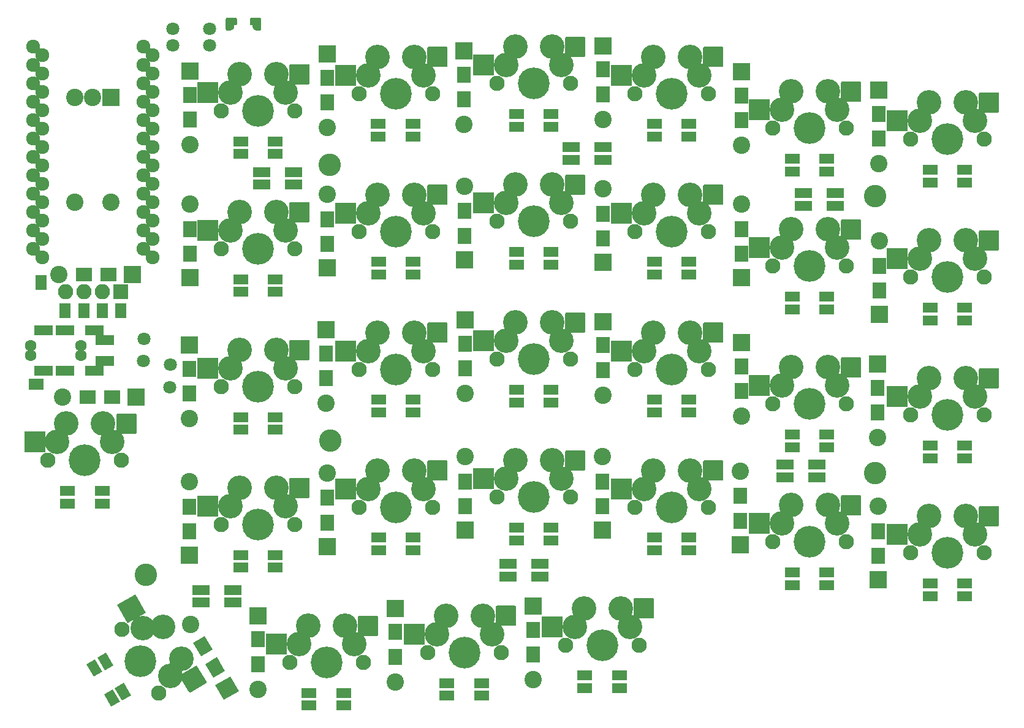
<source format=gbs>
G04 #@! TF.GenerationSoftware,KiCad,Pcbnew,(5.1.6)-1*
G04 #@! TF.CreationDate,2020-12-11T11:33:57+01:00*
G04 #@! TF.ProjectId,Lily58_HS_RGB,4c696c79-3538-45f4-9853-5f5247422e6b,0.9*
G04 #@! TF.SameCoordinates,Original*
G04 #@! TF.FileFunction,Soldermask,Bot*
G04 #@! TF.FilePolarity,Negative*
%FSLAX46Y46*%
G04 Gerber Fmt 4.6, Leading zero omitted, Abs format (unit mm)*
G04 Created by KiCad (PCBNEW (5.1.6)-1) date 2020-12-11 11:33:57*
%MOMM*%
%LPD*%
G01*
G04 APERTURE LIST*
%ADD10R,2.500000X1.400000*%
%ADD11C,1.600000*%
%ADD12R,1.543000X1.035000*%
%ADD13R,1.035000X1.543000*%
%ADD14C,1.797000*%
%ADD15R,2.398980X2.398980*%
%ADD16C,2.398980*%
%ADD17R,2.200000X1.900000*%
%ADD18R,1.900000X2.200000*%
%ADD19C,0.100000*%
%ADD20R,2.400000X1.400000*%
%ADD21R,2.000000X1.400000*%
%ADD22C,1.924000*%
%ADD23O,2.100000X2.100000*%
%ADD24R,2.100000X2.100000*%
%ADD25C,3.400000*%
%ADD26C,2.101800*%
%ADD27C,4.387800*%
%ADD28R,2.900000X2.900000*%
%ADD29R,2.400000X2.400000*%
%ADD30C,2.400000*%
%ADD31C,3.100000*%
G04 APERTURE END LIST*
D10*
X93270500Y-84523000D03*
X91770500Y-80323000D03*
X87770500Y-80323000D03*
X84770500Y-80323000D03*
D11*
X89970500Y-82423000D03*
X82970500Y-82423000D03*
D10*
X87770500Y-85873000D03*
X84770500Y-85873000D03*
X93270500Y-81673000D03*
X91770500Y-85873000D03*
D11*
X82970500Y-83773000D03*
X89970500Y-83773000D03*
D12*
X84467700Y-74223880D03*
X84467700Y-73223120D03*
D13*
X83256120Y-87757000D03*
X84256880Y-87757000D03*
D12*
X87767900Y-78075880D03*
X87767900Y-77075120D03*
X90339332Y-78075880D03*
X90339332Y-77075120D03*
X92910766Y-78075880D03*
X92910766Y-77075120D03*
X95418700Y-78075880D03*
X95418700Y-77075120D03*
D14*
X98597449Y-84563949D03*
X102189551Y-88156051D03*
X98660949Y-81452449D03*
X102253051Y-85044551D03*
X102616000Y-40894000D03*
X107696000Y-40894000D03*
X107696000Y-38608000D03*
X102616000Y-38608000D03*
D15*
X97075000Y-72583040D03*
D16*
X86915000Y-72583040D03*
D17*
X93775000Y-72580500D03*
X90375000Y-72580500D03*
D15*
X152397460Y-118380500D03*
D16*
X152397460Y-128540500D03*
D18*
X152400000Y-121680500D03*
X152400000Y-125080500D03*
D15*
X133347460Y-118698000D03*
D16*
X133347460Y-128858000D03*
D18*
X133350000Y-121998000D03*
X133350000Y-125398000D03*
D15*
X114424460Y-119714000D03*
D16*
X114424460Y-129874000D03*
D18*
X114427000Y-123014000D03*
X114427000Y-126414000D03*
D19*
G36*
X108496166Y-129302313D02*
G01*
X110573744Y-128102823D01*
X111773234Y-130180401D01*
X109695656Y-131379891D01*
X108496166Y-129302313D01*
G37*
D16*
X105054700Y-120942539D03*
D19*
G36*
X109855224Y-127362371D02*
G01*
X108209776Y-128312371D01*
X107109776Y-126407115D01*
X108755224Y-125457115D01*
X109855224Y-127362371D01*
G37*
G36*
X108155224Y-124417885D02*
G01*
X106509776Y-125367885D01*
X105409776Y-123462629D01*
X107055224Y-122512629D01*
X108155224Y-124417885D01*
G37*
D15*
X97583000Y-89532460D03*
D16*
X87423000Y-89532460D03*
D17*
X94283000Y-89535000D03*
X90883000Y-89535000D03*
D15*
X200091040Y-114791500D03*
D16*
X200091040Y-104631500D03*
D18*
X200088500Y-111491500D03*
X200088500Y-108091500D03*
D15*
X181041040Y-109902000D03*
D16*
X181041040Y-99742000D03*
D18*
X181038500Y-106602000D03*
X181038500Y-103202000D03*
D15*
X161991040Y-107933500D03*
D16*
X161991040Y-97773500D03*
D18*
X161988500Y-104633500D03*
X161988500Y-101233500D03*
D15*
X143004540Y-107933500D03*
D16*
X143004540Y-97773500D03*
D18*
X143002000Y-104633500D03*
X143002000Y-101233500D03*
D15*
X123954540Y-110156000D03*
D16*
X123954540Y-99996000D03*
D18*
X123952000Y-106856000D03*
X123952000Y-103456000D03*
D15*
X104904540Y-111362500D03*
D16*
X104904540Y-101202500D03*
D18*
X104902000Y-108062500D03*
X104902000Y-104662500D03*
D15*
X200022460Y-84979500D03*
D16*
X200022460Y-95139500D03*
D18*
X200025000Y-88279500D03*
X200025000Y-91679500D03*
D15*
X181162960Y-81995000D03*
D16*
X181162960Y-92155000D03*
D18*
X181165500Y-85295000D03*
X181165500Y-88695000D03*
D15*
X162049460Y-79074000D03*
D16*
X162049460Y-89234000D03*
D18*
X162052000Y-82374000D03*
X162052000Y-85774000D03*
D15*
X143002000Y-78883500D03*
D16*
X143002000Y-89043500D03*
D18*
X143004540Y-82183500D03*
X143004540Y-85583500D03*
D15*
X123822460Y-80217000D03*
D16*
X123822460Y-90377000D03*
D18*
X123825000Y-83517000D03*
X123825000Y-86917000D03*
D15*
X104899460Y-82312500D03*
D16*
X104899460Y-92472500D03*
D18*
X104902000Y-85612500D03*
X104902000Y-89012500D03*
D15*
X200281540Y-78088500D03*
D16*
X200281540Y-67928500D03*
D18*
X200279000Y-74788500D03*
X200279000Y-71388500D03*
D15*
X181231540Y-73008500D03*
D16*
X181231540Y-62848500D03*
D18*
X181229000Y-69708500D03*
X181229000Y-66308500D03*
D15*
X162054540Y-70913000D03*
D16*
X162054540Y-60753000D03*
D18*
X162052000Y-67613000D03*
X162052000Y-64213000D03*
D15*
X142941040Y-70532000D03*
D16*
X142941040Y-60372000D03*
D18*
X142938500Y-67232000D03*
X142938500Y-63832000D03*
D15*
X123954540Y-71675000D03*
D16*
X123954540Y-61515000D03*
D18*
X123952000Y-68375000D03*
X123952000Y-64975000D03*
D15*
X104968040Y-73008500D03*
D16*
X104968040Y-62848500D03*
D18*
X104965500Y-69708500D03*
X104965500Y-66308500D03*
D15*
X200149460Y-47133500D03*
D16*
X200149460Y-57293500D03*
D18*
X200152000Y-50433500D03*
X200152000Y-53833500D03*
D15*
X181226460Y-44593500D03*
D16*
X181226460Y-54753500D03*
D18*
X181229000Y-47893500D03*
X181229000Y-51293500D03*
D15*
X162049460Y-40974000D03*
D16*
X162049460Y-51134000D03*
D18*
X162052000Y-44274000D03*
X162052000Y-47674000D03*
D15*
X142808960Y-41672500D03*
D16*
X142808960Y-51832500D03*
D18*
X142811500Y-44972500D03*
X142811500Y-48372500D03*
D15*
X123949460Y-42117000D03*
D16*
X123949460Y-52277000D03*
D18*
X123952000Y-45417000D03*
X123952000Y-48817000D03*
D15*
X105026460Y-44466500D03*
D16*
X105026460Y-54626500D03*
D18*
X105029000Y-47766500D03*
X105029000Y-51166500D03*
D20*
X119294000Y-60184000D03*
X119294000Y-58434000D03*
X114894000Y-58434000D03*
X114894000Y-60184000D03*
X162093000Y-56755000D03*
X162093000Y-55005000D03*
X157693000Y-55005000D03*
X157693000Y-56755000D03*
X194160500Y-63105000D03*
X194160500Y-61355000D03*
X189760500Y-61355000D03*
X189760500Y-63105000D03*
X106534500Y-116169500D03*
X106534500Y-117919500D03*
X110934500Y-117919500D03*
X110934500Y-116169500D03*
X148930000Y-112599500D03*
X148930000Y-114349500D03*
X153330000Y-114349500D03*
X153330000Y-112599500D03*
X187220500Y-98883500D03*
X187220500Y-100633500D03*
X191620500Y-100633500D03*
X191620500Y-98883500D03*
D21*
X159550000Y-128005000D03*
X159550000Y-129755000D03*
X164350000Y-129755000D03*
X164350000Y-128005000D03*
X140497700Y-129033300D03*
X140497700Y-130783300D03*
X145297700Y-130783300D03*
X145297700Y-129033300D03*
X121450000Y-130405000D03*
X121450000Y-132155000D03*
X126250000Y-132155000D03*
X126250000Y-130405000D03*
D19*
G36*
X94435581Y-126587563D02*
G01*
X93223145Y-127287563D01*
X92223145Y-125555513D01*
X93435581Y-124855513D01*
X94435581Y-126587563D01*
G37*
G36*
X92920037Y-127462563D02*
G01*
X91707601Y-128162563D01*
X90707601Y-126430513D01*
X91920037Y-125730513D01*
X92920037Y-127462563D01*
G37*
G36*
X95320037Y-131619485D02*
G01*
X94107601Y-132319485D01*
X93107601Y-130587435D01*
X94320037Y-129887435D01*
X95320037Y-131619485D01*
G37*
G36*
X96835581Y-130744485D02*
G01*
X95623145Y-131444485D01*
X94623145Y-129712435D01*
X95835581Y-129012435D01*
X96835581Y-130744485D01*
G37*
D21*
X92874800Y-104240300D03*
X92874800Y-102490300D03*
X88074800Y-102490300D03*
X88074800Y-104240300D03*
X212050000Y-117005000D03*
X212050000Y-115255000D03*
X207250000Y-115255000D03*
X207250000Y-117005000D03*
X193000000Y-115505000D03*
X193000000Y-113755000D03*
X188200000Y-113755000D03*
X188200000Y-115505000D03*
X173950000Y-110705000D03*
X173950000Y-108955000D03*
X169150000Y-108955000D03*
X169150000Y-110705000D03*
X154900000Y-109315000D03*
X154900000Y-107565000D03*
X150100000Y-107565000D03*
X150100000Y-109315000D03*
X135850000Y-110705000D03*
X135850000Y-108955000D03*
X131050000Y-108955000D03*
X131050000Y-110705000D03*
X116800000Y-113105000D03*
X116800000Y-111355000D03*
X112000000Y-111355000D03*
X112000000Y-113105000D03*
X207250000Y-96205000D03*
X207250000Y-97955000D03*
X212050000Y-97955000D03*
X212050000Y-96205000D03*
X188200000Y-94705000D03*
X188200000Y-96455000D03*
X193000000Y-96455000D03*
X193000000Y-94705000D03*
X169150000Y-89905000D03*
X169150000Y-91655000D03*
X173950000Y-91655000D03*
X173950000Y-89905000D03*
X150100000Y-88515000D03*
X150100000Y-90265000D03*
X154900000Y-90265000D03*
X154900000Y-88515000D03*
X131050000Y-89905000D03*
X131050000Y-91655000D03*
X135850000Y-91655000D03*
X135850000Y-89905000D03*
X112000000Y-92305000D03*
X112000000Y-94055000D03*
X116800000Y-94055000D03*
X116800000Y-92305000D03*
X212050000Y-78905000D03*
X212050000Y-77155000D03*
X207250000Y-77155000D03*
X207250000Y-78905000D03*
X193000000Y-77405000D03*
X193000000Y-75655000D03*
X188200000Y-75655000D03*
X188200000Y-77405000D03*
X173950000Y-72605000D03*
X173950000Y-70855000D03*
X169150000Y-70855000D03*
X169150000Y-72605000D03*
X154900000Y-71215000D03*
X154900000Y-69465000D03*
X150100000Y-69465000D03*
X150100000Y-71215000D03*
X135850000Y-72605000D03*
X135850000Y-70855000D03*
X131050000Y-70855000D03*
X131050000Y-72605000D03*
X116800000Y-75005000D03*
X116800000Y-73255000D03*
X112000000Y-73255000D03*
X112000000Y-75005000D03*
X207250000Y-58105000D03*
X207250000Y-59855000D03*
X212050000Y-59855000D03*
X212050000Y-58105000D03*
X188200000Y-56605000D03*
X188200000Y-58355000D03*
X193000000Y-58355000D03*
X193000000Y-56605000D03*
X169150000Y-51805000D03*
X169150000Y-53555000D03*
X173950000Y-53555000D03*
X173950000Y-51805000D03*
X150100000Y-50415000D03*
X150100000Y-52165000D03*
X154900000Y-52165000D03*
X154900000Y-50415000D03*
X131000000Y-51805000D03*
X131000000Y-53555000D03*
X135800000Y-53555000D03*
X135800000Y-51805000D03*
X112000000Y-54205000D03*
X112000000Y-55955000D03*
X116800000Y-55955000D03*
X116800000Y-54205000D03*
D22*
X84584815Y-47405745D03*
X99824815Y-65185745D03*
X84584815Y-57565745D03*
X99824815Y-55025745D03*
X99824815Y-49945745D03*
X84584815Y-67725745D03*
X99824815Y-47405745D03*
X99824815Y-42325745D03*
X84584815Y-62645745D03*
X99824815Y-70265745D03*
X84584815Y-55025745D03*
X84584815Y-44865745D03*
X84584815Y-49945745D03*
X84584815Y-52485745D03*
X84584815Y-65185745D03*
X84584815Y-60105745D03*
X99824815Y-62645745D03*
X99824815Y-60105745D03*
X84584815Y-70265745D03*
X99824815Y-67725745D03*
X99824815Y-44865745D03*
X84584815Y-42325745D03*
X99824815Y-57565745D03*
X99824815Y-52485745D03*
X83286000Y-41130000D03*
X83286000Y-43670000D03*
X83286000Y-46210000D03*
X83286000Y-48750000D03*
X83286000Y-51290000D03*
X83286000Y-53830000D03*
X83286000Y-56370000D03*
X83286000Y-58910000D03*
X83286000Y-61450000D03*
X83286000Y-63990000D03*
X83286000Y-66530000D03*
X83286000Y-69070000D03*
X98526000Y-69070000D03*
X98526000Y-66530000D03*
X98526000Y-63990000D03*
X98526000Y-61450000D03*
X98526000Y-58910000D03*
X98526000Y-56370000D03*
X98526000Y-53830000D03*
X98526000Y-51290000D03*
X98526000Y-48750000D03*
X98526000Y-46210000D03*
X98526000Y-43670000D03*
X98526000Y-41130000D03*
D23*
X87820500Y-74993500D03*
X90360500Y-74993500D03*
X92900500Y-74993500D03*
D24*
X95440500Y-74993500D03*
D19*
G36*
X98901442Y-119332662D02*
G01*
X96389968Y-120782662D01*
X94939968Y-118271188D01*
X97451442Y-116821188D01*
X98901442Y-119332662D01*
G37*
G36*
X103841793Y-128501915D02*
G01*
X103832889Y-128463732D01*
X103831593Y-128424755D01*
X103866401Y-127885044D01*
X103872747Y-127846354D01*
X103886519Y-127809645D01*
X103907188Y-127776329D01*
X103933960Y-127747686D01*
X103965986Y-127724710D01*
X105784639Y-126674710D01*
X105820352Y-126658530D01*
X105858534Y-126649626D01*
X105897720Y-126648344D01*
X105936403Y-126654731D01*
X105973097Y-126668541D01*
X106006392Y-126689245D01*
X106035007Y-126716046D01*
X106057845Y-126747916D01*
X107257845Y-128826376D01*
X107274025Y-128862089D01*
X107282929Y-128900271D01*
X107284211Y-128939457D01*
X107277824Y-128978140D01*
X107264014Y-129014834D01*
X107243310Y-129048129D01*
X107216509Y-129076744D01*
X107184639Y-129099582D01*
X105106179Y-130299582D01*
X105070466Y-130315762D01*
X105032284Y-130324666D01*
X104993098Y-130325948D01*
X104954415Y-130319561D01*
X104917721Y-130305751D01*
X104884426Y-130285047D01*
X104855811Y-130258246D01*
X104832973Y-130226376D01*
X103857973Y-128537627D01*
X103841793Y-128501915D01*
G37*
D25*
X102275705Y-128077057D03*
X101300409Y-121307795D03*
X98465705Y-121477943D03*
X103840409Y-125707205D03*
D26*
X100711000Y-130446909D03*
X95631000Y-121648091D03*
D27*
X98171000Y-126047500D03*
D28*
X155050000Y-121260000D03*
D19*
G36*
X166910982Y-120116157D02*
G01*
X166873463Y-120104776D01*
X166839060Y-120086410D01*
X166389060Y-119786410D01*
X166358727Y-119761569D01*
X166333822Y-119731288D01*
X166315304Y-119696730D01*
X166303884Y-119659223D01*
X166300000Y-119620000D01*
X166300000Y-117520000D01*
X166303843Y-117480982D01*
X166315224Y-117443463D01*
X166333706Y-117408886D01*
X166358579Y-117378579D01*
X166388886Y-117353706D01*
X166423463Y-117335224D01*
X166460982Y-117323843D01*
X166500000Y-117320000D01*
X168900000Y-117320000D01*
X168939018Y-117323843D01*
X168976537Y-117335224D01*
X169011114Y-117353706D01*
X169041421Y-117378579D01*
X169066294Y-117408886D01*
X169084776Y-117443463D01*
X169096157Y-117480982D01*
X169100000Y-117520000D01*
X169100000Y-119920000D01*
X169096157Y-119959018D01*
X169084776Y-119996537D01*
X169066294Y-120031114D01*
X169041421Y-120061421D01*
X169011114Y-120086294D01*
X168976537Y-120104776D01*
X168939018Y-120116157D01*
X168900000Y-120120000D01*
X166950000Y-120120000D01*
X166910982Y-120116157D01*
G37*
D25*
X165760000Y-121260000D03*
X159410000Y-118720000D03*
X158140000Y-121260000D03*
X164490000Y-118720000D03*
D26*
X167030000Y-123800000D03*
X156870000Y-123800000D03*
D27*
X161950000Y-123800000D03*
D28*
X135997700Y-122288300D03*
D19*
G36*
X147858682Y-121144457D02*
G01*
X147821163Y-121133076D01*
X147786760Y-121114710D01*
X147336760Y-120814710D01*
X147306427Y-120789869D01*
X147281522Y-120759588D01*
X147263004Y-120725030D01*
X147251584Y-120687523D01*
X147247700Y-120648300D01*
X147247700Y-118548300D01*
X147251543Y-118509282D01*
X147262924Y-118471763D01*
X147281406Y-118437186D01*
X147306279Y-118406879D01*
X147336586Y-118382006D01*
X147371163Y-118363524D01*
X147408682Y-118352143D01*
X147447700Y-118348300D01*
X149847700Y-118348300D01*
X149886718Y-118352143D01*
X149924237Y-118363524D01*
X149958814Y-118382006D01*
X149989121Y-118406879D01*
X150013994Y-118437186D01*
X150032476Y-118471763D01*
X150043857Y-118509282D01*
X150047700Y-118548300D01*
X150047700Y-120948300D01*
X150043857Y-120987318D01*
X150032476Y-121024837D01*
X150013994Y-121059414D01*
X149989121Y-121089721D01*
X149958814Y-121114594D01*
X149924237Y-121133076D01*
X149886718Y-121144457D01*
X149847700Y-121148300D01*
X147897700Y-121148300D01*
X147858682Y-121144457D01*
G37*
D25*
X146707700Y-122288300D03*
X140357700Y-119748300D03*
X139087700Y-122288300D03*
X145437700Y-119748300D03*
D26*
X147977700Y-124828300D03*
X137817700Y-124828300D03*
D27*
X142897700Y-124828300D03*
D28*
X116950000Y-123660000D03*
D19*
G36*
X128810982Y-122516157D02*
G01*
X128773463Y-122504776D01*
X128739060Y-122486410D01*
X128289060Y-122186410D01*
X128258727Y-122161569D01*
X128233822Y-122131288D01*
X128215304Y-122096730D01*
X128203884Y-122059223D01*
X128200000Y-122020000D01*
X128200000Y-119920000D01*
X128203843Y-119880982D01*
X128215224Y-119843463D01*
X128233706Y-119808886D01*
X128258579Y-119778579D01*
X128288886Y-119753706D01*
X128323463Y-119735224D01*
X128360982Y-119723843D01*
X128400000Y-119720000D01*
X130800000Y-119720000D01*
X130839018Y-119723843D01*
X130876537Y-119735224D01*
X130911114Y-119753706D01*
X130941421Y-119778579D01*
X130966294Y-119808886D01*
X130984776Y-119843463D01*
X130996157Y-119880982D01*
X131000000Y-119920000D01*
X131000000Y-122320000D01*
X130996157Y-122359018D01*
X130984776Y-122396537D01*
X130966294Y-122431114D01*
X130941421Y-122461421D01*
X130911114Y-122486294D01*
X130876537Y-122504776D01*
X130839018Y-122516157D01*
X130800000Y-122520000D01*
X128850000Y-122520000D01*
X128810982Y-122516157D01*
G37*
D25*
X127660000Y-123660000D03*
X121310000Y-121120000D03*
X120040000Y-123660000D03*
X126390000Y-121120000D03*
D26*
X128930000Y-126200000D03*
X118770000Y-126200000D03*
D27*
X123850000Y-126200000D03*
D28*
X83574800Y-95745300D03*
D19*
G36*
X95435782Y-94601457D02*
G01*
X95398263Y-94590076D01*
X95363860Y-94571710D01*
X94913860Y-94271710D01*
X94883527Y-94246869D01*
X94858622Y-94216588D01*
X94840104Y-94182030D01*
X94828684Y-94144523D01*
X94824800Y-94105300D01*
X94824800Y-92005300D01*
X94828643Y-91966282D01*
X94840024Y-91928763D01*
X94858506Y-91894186D01*
X94883379Y-91863879D01*
X94913686Y-91839006D01*
X94948263Y-91820524D01*
X94985782Y-91809143D01*
X95024800Y-91805300D01*
X97424800Y-91805300D01*
X97463818Y-91809143D01*
X97501337Y-91820524D01*
X97535914Y-91839006D01*
X97566221Y-91863879D01*
X97591094Y-91894186D01*
X97609576Y-91928763D01*
X97620957Y-91966282D01*
X97624800Y-92005300D01*
X97624800Y-94405300D01*
X97620957Y-94444318D01*
X97609576Y-94481837D01*
X97591094Y-94516414D01*
X97566221Y-94546721D01*
X97535914Y-94571594D01*
X97501337Y-94590076D01*
X97463818Y-94601457D01*
X97424800Y-94605300D01*
X95474800Y-94605300D01*
X95435782Y-94601457D01*
G37*
D25*
X94284800Y-95745300D03*
X87934800Y-93205300D03*
X86664800Y-95745300D03*
X93014800Y-93205300D03*
D26*
X95554800Y-98285300D03*
X85394800Y-98285300D03*
D27*
X90474800Y-98285300D03*
D28*
X202750000Y-108510000D03*
D19*
G36*
X214610982Y-107366157D02*
G01*
X214573463Y-107354776D01*
X214539060Y-107336410D01*
X214089060Y-107036410D01*
X214058727Y-107011569D01*
X214033822Y-106981288D01*
X214015304Y-106946730D01*
X214003884Y-106909223D01*
X214000000Y-106870000D01*
X214000000Y-104770000D01*
X214003843Y-104730982D01*
X214015224Y-104693463D01*
X214033706Y-104658886D01*
X214058579Y-104628579D01*
X214088886Y-104603706D01*
X214123463Y-104585224D01*
X214160982Y-104573843D01*
X214200000Y-104570000D01*
X216600000Y-104570000D01*
X216639018Y-104573843D01*
X216676537Y-104585224D01*
X216711114Y-104603706D01*
X216741421Y-104628579D01*
X216766294Y-104658886D01*
X216784776Y-104693463D01*
X216796157Y-104730982D01*
X216800000Y-104770000D01*
X216800000Y-107170000D01*
X216796157Y-107209018D01*
X216784776Y-107246537D01*
X216766294Y-107281114D01*
X216741421Y-107311421D01*
X216711114Y-107336294D01*
X216676537Y-107354776D01*
X216639018Y-107366157D01*
X216600000Y-107370000D01*
X214650000Y-107370000D01*
X214610982Y-107366157D01*
G37*
D25*
X213460000Y-108510000D03*
X207110000Y-105970000D03*
X205840000Y-108510000D03*
X212190000Y-105970000D03*
D26*
X214730000Y-111050000D03*
X204570000Y-111050000D03*
D27*
X209650000Y-111050000D03*
D28*
X183700000Y-107010000D03*
D19*
G36*
X195560982Y-105866157D02*
G01*
X195523463Y-105854776D01*
X195489060Y-105836410D01*
X195039060Y-105536410D01*
X195008727Y-105511569D01*
X194983822Y-105481288D01*
X194965304Y-105446730D01*
X194953884Y-105409223D01*
X194950000Y-105370000D01*
X194950000Y-103270000D01*
X194953843Y-103230982D01*
X194965224Y-103193463D01*
X194983706Y-103158886D01*
X195008579Y-103128579D01*
X195038886Y-103103706D01*
X195073463Y-103085224D01*
X195110982Y-103073843D01*
X195150000Y-103070000D01*
X197550000Y-103070000D01*
X197589018Y-103073843D01*
X197626537Y-103085224D01*
X197661114Y-103103706D01*
X197691421Y-103128579D01*
X197716294Y-103158886D01*
X197734776Y-103193463D01*
X197746157Y-103230982D01*
X197750000Y-103270000D01*
X197750000Y-105670000D01*
X197746157Y-105709018D01*
X197734776Y-105746537D01*
X197716294Y-105781114D01*
X197691421Y-105811421D01*
X197661114Y-105836294D01*
X197626537Y-105854776D01*
X197589018Y-105866157D01*
X197550000Y-105870000D01*
X195600000Y-105870000D01*
X195560982Y-105866157D01*
G37*
D25*
X194410000Y-107010000D03*
X188060000Y-104470000D03*
X186790000Y-107010000D03*
X193140000Y-104470000D03*
D26*
X195680000Y-109550000D03*
X185520000Y-109550000D03*
D27*
X190600000Y-109550000D03*
D28*
X164650000Y-102210000D03*
D19*
G36*
X176510982Y-101066157D02*
G01*
X176473463Y-101054776D01*
X176439060Y-101036410D01*
X175989060Y-100736410D01*
X175958727Y-100711569D01*
X175933822Y-100681288D01*
X175915304Y-100646730D01*
X175903884Y-100609223D01*
X175900000Y-100570000D01*
X175900000Y-98470000D01*
X175903843Y-98430982D01*
X175915224Y-98393463D01*
X175933706Y-98358886D01*
X175958579Y-98328579D01*
X175988886Y-98303706D01*
X176023463Y-98285224D01*
X176060982Y-98273843D01*
X176100000Y-98270000D01*
X178500000Y-98270000D01*
X178539018Y-98273843D01*
X178576537Y-98285224D01*
X178611114Y-98303706D01*
X178641421Y-98328579D01*
X178666294Y-98358886D01*
X178684776Y-98393463D01*
X178696157Y-98430982D01*
X178700000Y-98470000D01*
X178700000Y-100870000D01*
X178696157Y-100909018D01*
X178684776Y-100946537D01*
X178666294Y-100981114D01*
X178641421Y-101011421D01*
X178611114Y-101036294D01*
X178576537Y-101054776D01*
X178539018Y-101066157D01*
X178500000Y-101070000D01*
X176550000Y-101070000D01*
X176510982Y-101066157D01*
G37*
D25*
X175360000Y-102210000D03*
X169010000Y-99670000D03*
X167740000Y-102210000D03*
X174090000Y-99670000D03*
D26*
X176630000Y-104750000D03*
X166470000Y-104750000D03*
D27*
X171550000Y-104750000D03*
D28*
X145600000Y-100820000D03*
D19*
G36*
X157460982Y-99676157D02*
G01*
X157423463Y-99664776D01*
X157389060Y-99646410D01*
X156939060Y-99346410D01*
X156908727Y-99321569D01*
X156883822Y-99291288D01*
X156865304Y-99256730D01*
X156853884Y-99219223D01*
X156850000Y-99180000D01*
X156850000Y-97080000D01*
X156853843Y-97040982D01*
X156865224Y-97003463D01*
X156883706Y-96968886D01*
X156908579Y-96938579D01*
X156938886Y-96913706D01*
X156973463Y-96895224D01*
X157010982Y-96883843D01*
X157050000Y-96880000D01*
X159450000Y-96880000D01*
X159489018Y-96883843D01*
X159526537Y-96895224D01*
X159561114Y-96913706D01*
X159591421Y-96938579D01*
X159616294Y-96968886D01*
X159634776Y-97003463D01*
X159646157Y-97040982D01*
X159650000Y-97080000D01*
X159650000Y-99480000D01*
X159646157Y-99519018D01*
X159634776Y-99556537D01*
X159616294Y-99591114D01*
X159591421Y-99621421D01*
X159561114Y-99646294D01*
X159526537Y-99664776D01*
X159489018Y-99676157D01*
X159450000Y-99680000D01*
X157500000Y-99680000D01*
X157460982Y-99676157D01*
G37*
D25*
X156310000Y-100820000D03*
X149960000Y-98280000D03*
X148690000Y-100820000D03*
X155040000Y-98280000D03*
D26*
X157580000Y-103360000D03*
X147420000Y-103360000D03*
D27*
X152500000Y-103360000D03*
D28*
X126550000Y-102210000D03*
D19*
G36*
X138410982Y-101066157D02*
G01*
X138373463Y-101054776D01*
X138339060Y-101036410D01*
X137889060Y-100736410D01*
X137858727Y-100711569D01*
X137833822Y-100681288D01*
X137815304Y-100646730D01*
X137803884Y-100609223D01*
X137800000Y-100570000D01*
X137800000Y-98470000D01*
X137803843Y-98430982D01*
X137815224Y-98393463D01*
X137833706Y-98358886D01*
X137858579Y-98328579D01*
X137888886Y-98303706D01*
X137923463Y-98285224D01*
X137960982Y-98273843D01*
X138000000Y-98270000D01*
X140400000Y-98270000D01*
X140439018Y-98273843D01*
X140476537Y-98285224D01*
X140511114Y-98303706D01*
X140541421Y-98328579D01*
X140566294Y-98358886D01*
X140584776Y-98393463D01*
X140596157Y-98430982D01*
X140600000Y-98470000D01*
X140600000Y-100870000D01*
X140596157Y-100909018D01*
X140584776Y-100946537D01*
X140566294Y-100981114D01*
X140541421Y-101011421D01*
X140511114Y-101036294D01*
X140476537Y-101054776D01*
X140439018Y-101066157D01*
X140400000Y-101070000D01*
X138450000Y-101070000D01*
X138410982Y-101066157D01*
G37*
D25*
X137260000Y-102210000D03*
X130910000Y-99670000D03*
X129640000Y-102210000D03*
X135990000Y-99670000D03*
D26*
X138530000Y-104750000D03*
X128370000Y-104750000D03*
D27*
X133450000Y-104750000D03*
D28*
X107500000Y-104610000D03*
D19*
G36*
X119360982Y-103466157D02*
G01*
X119323463Y-103454776D01*
X119289060Y-103436410D01*
X118839060Y-103136410D01*
X118808727Y-103111569D01*
X118783822Y-103081288D01*
X118765304Y-103046730D01*
X118753884Y-103009223D01*
X118750000Y-102970000D01*
X118750000Y-100870000D01*
X118753843Y-100830982D01*
X118765224Y-100793463D01*
X118783706Y-100758886D01*
X118808579Y-100728579D01*
X118838886Y-100703706D01*
X118873463Y-100685224D01*
X118910982Y-100673843D01*
X118950000Y-100670000D01*
X121350000Y-100670000D01*
X121389018Y-100673843D01*
X121426537Y-100685224D01*
X121461114Y-100703706D01*
X121491421Y-100728579D01*
X121516294Y-100758886D01*
X121534776Y-100793463D01*
X121546157Y-100830982D01*
X121550000Y-100870000D01*
X121550000Y-103270000D01*
X121546157Y-103309018D01*
X121534776Y-103346537D01*
X121516294Y-103381114D01*
X121491421Y-103411421D01*
X121461114Y-103436294D01*
X121426537Y-103454776D01*
X121389018Y-103466157D01*
X121350000Y-103470000D01*
X119400000Y-103470000D01*
X119360982Y-103466157D01*
G37*
D25*
X118210000Y-104610000D03*
X111860000Y-102070000D03*
X110590000Y-104610000D03*
X116940000Y-102070000D03*
D26*
X119480000Y-107150000D03*
X109320000Y-107150000D03*
D27*
X114400000Y-107150000D03*
D28*
X202750000Y-89460000D03*
D19*
G36*
X214610982Y-88316157D02*
G01*
X214573463Y-88304776D01*
X214539060Y-88286410D01*
X214089060Y-87986410D01*
X214058727Y-87961569D01*
X214033822Y-87931288D01*
X214015304Y-87896730D01*
X214003884Y-87859223D01*
X214000000Y-87820000D01*
X214000000Y-85720000D01*
X214003843Y-85680982D01*
X214015224Y-85643463D01*
X214033706Y-85608886D01*
X214058579Y-85578579D01*
X214088886Y-85553706D01*
X214123463Y-85535224D01*
X214160982Y-85523843D01*
X214200000Y-85520000D01*
X216600000Y-85520000D01*
X216639018Y-85523843D01*
X216676537Y-85535224D01*
X216711114Y-85553706D01*
X216741421Y-85578579D01*
X216766294Y-85608886D01*
X216784776Y-85643463D01*
X216796157Y-85680982D01*
X216800000Y-85720000D01*
X216800000Y-88120000D01*
X216796157Y-88159018D01*
X216784776Y-88196537D01*
X216766294Y-88231114D01*
X216741421Y-88261421D01*
X216711114Y-88286294D01*
X216676537Y-88304776D01*
X216639018Y-88316157D01*
X216600000Y-88320000D01*
X214650000Y-88320000D01*
X214610982Y-88316157D01*
G37*
D25*
X213460000Y-89460000D03*
X207110000Y-86920000D03*
X205840000Y-89460000D03*
X212190000Y-86920000D03*
D26*
X214730000Y-92000000D03*
X204570000Y-92000000D03*
D27*
X209650000Y-92000000D03*
D28*
X183700000Y-87960000D03*
D19*
G36*
X195560982Y-86816157D02*
G01*
X195523463Y-86804776D01*
X195489060Y-86786410D01*
X195039060Y-86486410D01*
X195008727Y-86461569D01*
X194983822Y-86431288D01*
X194965304Y-86396730D01*
X194953884Y-86359223D01*
X194950000Y-86320000D01*
X194950000Y-84220000D01*
X194953843Y-84180982D01*
X194965224Y-84143463D01*
X194983706Y-84108886D01*
X195008579Y-84078579D01*
X195038886Y-84053706D01*
X195073463Y-84035224D01*
X195110982Y-84023843D01*
X195150000Y-84020000D01*
X197550000Y-84020000D01*
X197589018Y-84023843D01*
X197626537Y-84035224D01*
X197661114Y-84053706D01*
X197691421Y-84078579D01*
X197716294Y-84108886D01*
X197734776Y-84143463D01*
X197746157Y-84180982D01*
X197750000Y-84220000D01*
X197750000Y-86620000D01*
X197746157Y-86659018D01*
X197734776Y-86696537D01*
X197716294Y-86731114D01*
X197691421Y-86761421D01*
X197661114Y-86786294D01*
X197626537Y-86804776D01*
X197589018Y-86816157D01*
X197550000Y-86820000D01*
X195600000Y-86820000D01*
X195560982Y-86816157D01*
G37*
D25*
X194410000Y-87960000D03*
X188060000Y-85420000D03*
X186790000Y-87960000D03*
X193140000Y-85420000D03*
D26*
X195680000Y-90500000D03*
X185520000Y-90500000D03*
D27*
X190600000Y-90500000D03*
D28*
X164650000Y-83160000D03*
D19*
G36*
X176510982Y-82016157D02*
G01*
X176473463Y-82004776D01*
X176439060Y-81986410D01*
X175989060Y-81686410D01*
X175958727Y-81661569D01*
X175933822Y-81631288D01*
X175915304Y-81596730D01*
X175903884Y-81559223D01*
X175900000Y-81520000D01*
X175900000Y-79420000D01*
X175903843Y-79380982D01*
X175915224Y-79343463D01*
X175933706Y-79308886D01*
X175958579Y-79278579D01*
X175988886Y-79253706D01*
X176023463Y-79235224D01*
X176060982Y-79223843D01*
X176100000Y-79220000D01*
X178500000Y-79220000D01*
X178539018Y-79223843D01*
X178576537Y-79235224D01*
X178611114Y-79253706D01*
X178641421Y-79278579D01*
X178666294Y-79308886D01*
X178684776Y-79343463D01*
X178696157Y-79380982D01*
X178700000Y-79420000D01*
X178700000Y-81820000D01*
X178696157Y-81859018D01*
X178684776Y-81896537D01*
X178666294Y-81931114D01*
X178641421Y-81961421D01*
X178611114Y-81986294D01*
X178576537Y-82004776D01*
X178539018Y-82016157D01*
X178500000Y-82020000D01*
X176550000Y-82020000D01*
X176510982Y-82016157D01*
G37*
D25*
X175360000Y-83160000D03*
X169010000Y-80620000D03*
X167740000Y-83160000D03*
X174090000Y-80620000D03*
D26*
X176630000Y-85700000D03*
X166470000Y-85700000D03*
D27*
X171550000Y-85700000D03*
D28*
X145600000Y-81770000D03*
D19*
G36*
X157460982Y-80626157D02*
G01*
X157423463Y-80614776D01*
X157389060Y-80596410D01*
X156939060Y-80296410D01*
X156908727Y-80271569D01*
X156883822Y-80241288D01*
X156865304Y-80206730D01*
X156853884Y-80169223D01*
X156850000Y-80130000D01*
X156850000Y-78030000D01*
X156853843Y-77990982D01*
X156865224Y-77953463D01*
X156883706Y-77918886D01*
X156908579Y-77888579D01*
X156938886Y-77863706D01*
X156973463Y-77845224D01*
X157010982Y-77833843D01*
X157050000Y-77830000D01*
X159450000Y-77830000D01*
X159489018Y-77833843D01*
X159526537Y-77845224D01*
X159561114Y-77863706D01*
X159591421Y-77888579D01*
X159616294Y-77918886D01*
X159634776Y-77953463D01*
X159646157Y-77990982D01*
X159650000Y-78030000D01*
X159650000Y-80430000D01*
X159646157Y-80469018D01*
X159634776Y-80506537D01*
X159616294Y-80541114D01*
X159591421Y-80571421D01*
X159561114Y-80596294D01*
X159526537Y-80614776D01*
X159489018Y-80626157D01*
X159450000Y-80630000D01*
X157500000Y-80630000D01*
X157460982Y-80626157D01*
G37*
D25*
X156310000Y-81770000D03*
X149960000Y-79230000D03*
X148690000Y-81770000D03*
X155040000Y-79230000D03*
D26*
X157580000Y-84310000D03*
X147420000Y-84310000D03*
D27*
X152500000Y-84310000D03*
D28*
X126550000Y-83160000D03*
D19*
G36*
X138410982Y-82016157D02*
G01*
X138373463Y-82004776D01*
X138339060Y-81986410D01*
X137889060Y-81686410D01*
X137858727Y-81661569D01*
X137833822Y-81631288D01*
X137815304Y-81596730D01*
X137803884Y-81559223D01*
X137800000Y-81520000D01*
X137800000Y-79420000D01*
X137803843Y-79380982D01*
X137815224Y-79343463D01*
X137833706Y-79308886D01*
X137858579Y-79278579D01*
X137888886Y-79253706D01*
X137923463Y-79235224D01*
X137960982Y-79223843D01*
X138000000Y-79220000D01*
X140400000Y-79220000D01*
X140439018Y-79223843D01*
X140476537Y-79235224D01*
X140511114Y-79253706D01*
X140541421Y-79278579D01*
X140566294Y-79308886D01*
X140584776Y-79343463D01*
X140596157Y-79380982D01*
X140600000Y-79420000D01*
X140600000Y-81820000D01*
X140596157Y-81859018D01*
X140584776Y-81896537D01*
X140566294Y-81931114D01*
X140541421Y-81961421D01*
X140511114Y-81986294D01*
X140476537Y-82004776D01*
X140439018Y-82016157D01*
X140400000Y-82020000D01*
X138450000Y-82020000D01*
X138410982Y-82016157D01*
G37*
D25*
X137260000Y-83160000D03*
X130910000Y-80620000D03*
X129640000Y-83160000D03*
X135990000Y-80620000D03*
D26*
X138530000Y-85700000D03*
X128370000Y-85700000D03*
D27*
X133450000Y-85700000D03*
D28*
X107500000Y-85560000D03*
D19*
G36*
X119360982Y-84416157D02*
G01*
X119323463Y-84404776D01*
X119289060Y-84386410D01*
X118839060Y-84086410D01*
X118808727Y-84061569D01*
X118783822Y-84031288D01*
X118765304Y-83996730D01*
X118753884Y-83959223D01*
X118750000Y-83920000D01*
X118750000Y-81820000D01*
X118753843Y-81780982D01*
X118765224Y-81743463D01*
X118783706Y-81708886D01*
X118808579Y-81678579D01*
X118838886Y-81653706D01*
X118873463Y-81635224D01*
X118910982Y-81623843D01*
X118950000Y-81620000D01*
X121350000Y-81620000D01*
X121389018Y-81623843D01*
X121426537Y-81635224D01*
X121461114Y-81653706D01*
X121491421Y-81678579D01*
X121516294Y-81708886D01*
X121534776Y-81743463D01*
X121546157Y-81780982D01*
X121550000Y-81820000D01*
X121550000Y-84220000D01*
X121546157Y-84259018D01*
X121534776Y-84296537D01*
X121516294Y-84331114D01*
X121491421Y-84361421D01*
X121461114Y-84386294D01*
X121426537Y-84404776D01*
X121389018Y-84416157D01*
X121350000Y-84420000D01*
X119400000Y-84420000D01*
X119360982Y-84416157D01*
G37*
D25*
X118210000Y-85560000D03*
X111860000Y-83020000D03*
X110590000Y-85560000D03*
X116940000Y-83020000D03*
D26*
X119480000Y-88100000D03*
X109320000Y-88100000D03*
D27*
X114400000Y-88100000D03*
D28*
X202750000Y-70410000D03*
D19*
G36*
X214610982Y-69266157D02*
G01*
X214573463Y-69254776D01*
X214539060Y-69236410D01*
X214089060Y-68936410D01*
X214058727Y-68911569D01*
X214033822Y-68881288D01*
X214015304Y-68846730D01*
X214003884Y-68809223D01*
X214000000Y-68770000D01*
X214000000Y-66670000D01*
X214003843Y-66630982D01*
X214015224Y-66593463D01*
X214033706Y-66558886D01*
X214058579Y-66528579D01*
X214088886Y-66503706D01*
X214123463Y-66485224D01*
X214160982Y-66473843D01*
X214200000Y-66470000D01*
X216600000Y-66470000D01*
X216639018Y-66473843D01*
X216676537Y-66485224D01*
X216711114Y-66503706D01*
X216741421Y-66528579D01*
X216766294Y-66558886D01*
X216784776Y-66593463D01*
X216796157Y-66630982D01*
X216800000Y-66670000D01*
X216800000Y-69070000D01*
X216796157Y-69109018D01*
X216784776Y-69146537D01*
X216766294Y-69181114D01*
X216741421Y-69211421D01*
X216711114Y-69236294D01*
X216676537Y-69254776D01*
X216639018Y-69266157D01*
X216600000Y-69270000D01*
X214650000Y-69270000D01*
X214610982Y-69266157D01*
G37*
D25*
X213460000Y-70410000D03*
X207110000Y-67870000D03*
X205840000Y-70410000D03*
X212190000Y-67870000D03*
D26*
X214730000Y-72950000D03*
X204570000Y-72950000D03*
D27*
X209650000Y-72950000D03*
D28*
X183700000Y-68910000D03*
D19*
G36*
X195560982Y-67766157D02*
G01*
X195523463Y-67754776D01*
X195489060Y-67736410D01*
X195039060Y-67436410D01*
X195008727Y-67411569D01*
X194983822Y-67381288D01*
X194965304Y-67346730D01*
X194953884Y-67309223D01*
X194950000Y-67270000D01*
X194950000Y-65170000D01*
X194953843Y-65130982D01*
X194965224Y-65093463D01*
X194983706Y-65058886D01*
X195008579Y-65028579D01*
X195038886Y-65003706D01*
X195073463Y-64985224D01*
X195110982Y-64973843D01*
X195150000Y-64970000D01*
X197550000Y-64970000D01*
X197589018Y-64973843D01*
X197626537Y-64985224D01*
X197661114Y-65003706D01*
X197691421Y-65028579D01*
X197716294Y-65058886D01*
X197734776Y-65093463D01*
X197746157Y-65130982D01*
X197750000Y-65170000D01*
X197750000Y-67570000D01*
X197746157Y-67609018D01*
X197734776Y-67646537D01*
X197716294Y-67681114D01*
X197691421Y-67711421D01*
X197661114Y-67736294D01*
X197626537Y-67754776D01*
X197589018Y-67766157D01*
X197550000Y-67770000D01*
X195600000Y-67770000D01*
X195560982Y-67766157D01*
G37*
D25*
X194410000Y-68910000D03*
X188060000Y-66370000D03*
X186790000Y-68910000D03*
X193140000Y-66370000D03*
D26*
X195680000Y-71450000D03*
X185520000Y-71450000D03*
D27*
X190600000Y-71450000D03*
D28*
X164650000Y-64110000D03*
D19*
G36*
X176510982Y-62966157D02*
G01*
X176473463Y-62954776D01*
X176439060Y-62936410D01*
X175989060Y-62636410D01*
X175958727Y-62611569D01*
X175933822Y-62581288D01*
X175915304Y-62546730D01*
X175903884Y-62509223D01*
X175900000Y-62470000D01*
X175900000Y-60370000D01*
X175903843Y-60330982D01*
X175915224Y-60293463D01*
X175933706Y-60258886D01*
X175958579Y-60228579D01*
X175988886Y-60203706D01*
X176023463Y-60185224D01*
X176060982Y-60173843D01*
X176100000Y-60170000D01*
X178500000Y-60170000D01*
X178539018Y-60173843D01*
X178576537Y-60185224D01*
X178611114Y-60203706D01*
X178641421Y-60228579D01*
X178666294Y-60258886D01*
X178684776Y-60293463D01*
X178696157Y-60330982D01*
X178700000Y-60370000D01*
X178700000Y-62770000D01*
X178696157Y-62809018D01*
X178684776Y-62846537D01*
X178666294Y-62881114D01*
X178641421Y-62911421D01*
X178611114Y-62936294D01*
X178576537Y-62954776D01*
X178539018Y-62966157D01*
X178500000Y-62970000D01*
X176550000Y-62970000D01*
X176510982Y-62966157D01*
G37*
D25*
X175360000Y-64110000D03*
X169010000Y-61570000D03*
X167740000Y-64110000D03*
X174090000Y-61570000D03*
D26*
X176630000Y-66650000D03*
X166470000Y-66650000D03*
D27*
X171550000Y-66650000D03*
D28*
X145600000Y-62720000D03*
D19*
G36*
X157460982Y-61576157D02*
G01*
X157423463Y-61564776D01*
X157389060Y-61546410D01*
X156939060Y-61246410D01*
X156908727Y-61221569D01*
X156883822Y-61191288D01*
X156865304Y-61156730D01*
X156853884Y-61119223D01*
X156850000Y-61080000D01*
X156850000Y-58980000D01*
X156853843Y-58940982D01*
X156865224Y-58903463D01*
X156883706Y-58868886D01*
X156908579Y-58838579D01*
X156938886Y-58813706D01*
X156973463Y-58795224D01*
X157010982Y-58783843D01*
X157050000Y-58780000D01*
X159450000Y-58780000D01*
X159489018Y-58783843D01*
X159526537Y-58795224D01*
X159561114Y-58813706D01*
X159591421Y-58838579D01*
X159616294Y-58868886D01*
X159634776Y-58903463D01*
X159646157Y-58940982D01*
X159650000Y-58980000D01*
X159650000Y-61380000D01*
X159646157Y-61419018D01*
X159634776Y-61456537D01*
X159616294Y-61491114D01*
X159591421Y-61521421D01*
X159561114Y-61546294D01*
X159526537Y-61564776D01*
X159489018Y-61576157D01*
X159450000Y-61580000D01*
X157500000Y-61580000D01*
X157460982Y-61576157D01*
G37*
D25*
X156310000Y-62720000D03*
X149960000Y-60180000D03*
X148690000Y-62720000D03*
X155040000Y-60180000D03*
D26*
X157580000Y-65260000D03*
X147420000Y-65260000D03*
D27*
X152500000Y-65260000D03*
D28*
X126550000Y-64110000D03*
D19*
G36*
X138410982Y-62966157D02*
G01*
X138373463Y-62954776D01*
X138339060Y-62936410D01*
X137889060Y-62636410D01*
X137858727Y-62611569D01*
X137833822Y-62581288D01*
X137815304Y-62546730D01*
X137803884Y-62509223D01*
X137800000Y-62470000D01*
X137800000Y-60370000D01*
X137803843Y-60330982D01*
X137815224Y-60293463D01*
X137833706Y-60258886D01*
X137858579Y-60228579D01*
X137888886Y-60203706D01*
X137923463Y-60185224D01*
X137960982Y-60173843D01*
X138000000Y-60170000D01*
X140400000Y-60170000D01*
X140439018Y-60173843D01*
X140476537Y-60185224D01*
X140511114Y-60203706D01*
X140541421Y-60228579D01*
X140566294Y-60258886D01*
X140584776Y-60293463D01*
X140596157Y-60330982D01*
X140600000Y-60370000D01*
X140600000Y-62770000D01*
X140596157Y-62809018D01*
X140584776Y-62846537D01*
X140566294Y-62881114D01*
X140541421Y-62911421D01*
X140511114Y-62936294D01*
X140476537Y-62954776D01*
X140439018Y-62966157D01*
X140400000Y-62970000D01*
X138450000Y-62970000D01*
X138410982Y-62966157D01*
G37*
D25*
X137260000Y-64110000D03*
X130910000Y-61570000D03*
X129640000Y-64110000D03*
X135990000Y-61570000D03*
D26*
X138530000Y-66650000D03*
X128370000Y-66650000D03*
D27*
X133450000Y-66650000D03*
D28*
X107500000Y-66510000D03*
D19*
G36*
X119360982Y-65366157D02*
G01*
X119323463Y-65354776D01*
X119289060Y-65336410D01*
X118839060Y-65036410D01*
X118808727Y-65011569D01*
X118783822Y-64981288D01*
X118765304Y-64946730D01*
X118753884Y-64909223D01*
X118750000Y-64870000D01*
X118750000Y-62770000D01*
X118753843Y-62730982D01*
X118765224Y-62693463D01*
X118783706Y-62658886D01*
X118808579Y-62628579D01*
X118838886Y-62603706D01*
X118873463Y-62585224D01*
X118910982Y-62573843D01*
X118950000Y-62570000D01*
X121350000Y-62570000D01*
X121389018Y-62573843D01*
X121426537Y-62585224D01*
X121461114Y-62603706D01*
X121491421Y-62628579D01*
X121516294Y-62658886D01*
X121534776Y-62693463D01*
X121546157Y-62730982D01*
X121550000Y-62770000D01*
X121550000Y-65170000D01*
X121546157Y-65209018D01*
X121534776Y-65246537D01*
X121516294Y-65281114D01*
X121491421Y-65311421D01*
X121461114Y-65336294D01*
X121426537Y-65354776D01*
X121389018Y-65366157D01*
X121350000Y-65370000D01*
X119400000Y-65370000D01*
X119360982Y-65366157D01*
G37*
D25*
X118210000Y-66510000D03*
X111860000Y-63970000D03*
X110590000Y-66510000D03*
X116940000Y-63970000D03*
D26*
X119480000Y-69050000D03*
X109320000Y-69050000D03*
D27*
X114400000Y-69050000D03*
D28*
X202750000Y-51360000D03*
D19*
G36*
X214610982Y-50216157D02*
G01*
X214573463Y-50204776D01*
X214539060Y-50186410D01*
X214089060Y-49886410D01*
X214058727Y-49861569D01*
X214033822Y-49831288D01*
X214015304Y-49796730D01*
X214003884Y-49759223D01*
X214000000Y-49720000D01*
X214000000Y-47620000D01*
X214003843Y-47580982D01*
X214015224Y-47543463D01*
X214033706Y-47508886D01*
X214058579Y-47478579D01*
X214088886Y-47453706D01*
X214123463Y-47435224D01*
X214160982Y-47423843D01*
X214200000Y-47420000D01*
X216600000Y-47420000D01*
X216639018Y-47423843D01*
X216676537Y-47435224D01*
X216711114Y-47453706D01*
X216741421Y-47478579D01*
X216766294Y-47508886D01*
X216784776Y-47543463D01*
X216796157Y-47580982D01*
X216800000Y-47620000D01*
X216800000Y-50020000D01*
X216796157Y-50059018D01*
X216784776Y-50096537D01*
X216766294Y-50131114D01*
X216741421Y-50161421D01*
X216711114Y-50186294D01*
X216676537Y-50204776D01*
X216639018Y-50216157D01*
X216600000Y-50220000D01*
X214650000Y-50220000D01*
X214610982Y-50216157D01*
G37*
D25*
X213460000Y-51360000D03*
X207110000Y-48820000D03*
X205840000Y-51360000D03*
X212190000Y-48820000D03*
D26*
X214730000Y-53900000D03*
X204570000Y-53900000D03*
D27*
X209650000Y-53900000D03*
D28*
X183700000Y-49860000D03*
D19*
G36*
X195560982Y-48716157D02*
G01*
X195523463Y-48704776D01*
X195489060Y-48686410D01*
X195039060Y-48386410D01*
X195008727Y-48361569D01*
X194983822Y-48331288D01*
X194965304Y-48296730D01*
X194953884Y-48259223D01*
X194950000Y-48220000D01*
X194950000Y-46120000D01*
X194953843Y-46080982D01*
X194965224Y-46043463D01*
X194983706Y-46008886D01*
X195008579Y-45978579D01*
X195038886Y-45953706D01*
X195073463Y-45935224D01*
X195110982Y-45923843D01*
X195150000Y-45920000D01*
X197550000Y-45920000D01*
X197589018Y-45923843D01*
X197626537Y-45935224D01*
X197661114Y-45953706D01*
X197691421Y-45978579D01*
X197716294Y-46008886D01*
X197734776Y-46043463D01*
X197746157Y-46080982D01*
X197750000Y-46120000D01*
X197750000Y-48520000D01*
X197746157Y-48559018D01*
X197734776Y-48596537D01*
X197716294Y-48631114D01*
X197691421Y-48661421D01*
X197661114Y-48686294D01*
X197626537Y-48704776D01*
X197589018Y-48716157D01*
X197550000Y-48720000D01*
X195600000Y-48720000D01*
X195560982Y-48716157D01*
G37*
D25*
X194410000Y-49860000D03*
X188060000Y-47320000D03*
X186790000Y-49860000D03*
X193140000Y-47320000D03*
D26*
X195680000Y-52400000D03*
X185520000Y-52400000D03*
D27*
X190600000Y-52400000D03*
D28*
X164650000Y-45060000D03*
D19*
G36*
X176510982Y-43916157D02*
G01*
X176473463Y-43904776D01*
X176439060Y-43886410D01*
X175989060Y-43586410D01*
X175958727Y-43561569D01*
X175933822Y-43531288D01*
X175915304Y-43496730D01*
X175903884Y-43459223D01*
X175900000Y-43420000D01*
X175900000Y-41320000D01*
X175903843Y-41280982D01*
X175915224Y-41243463D01*
X175933706Y-41208886D01*
X175958579Y-41178579D01*
X175988886Y-41153706D01*
X176023463Y-41135224D01*
X176060982Y-41123843D01*
X176100000Y-41120000D01*
X178500000Y-41120000D01*
X178539018Y-41123843D01*
X178576537Y-41135224D01*
X178611114Y-41153706D01*
X178641421Y-41178579D01*
X178666294Y-41208886D01*
X178684776Y-41243463D01*
X178696157Y-41280982D01*
X178700000Y-41320000D01*
X178700000Y-43720000D01*
X178696157Y-43759018D01*
X178684776Y-43796537D01*
X178666294Y-43831114D01*
X178641421Y-43861421D01*
X178611114Y-43886294D01*
X178576537Y-43904776D01*
X178539018Y-43916157D01*
X178500000Y-43920000D01*
X176550000Y-43920000D01*
X176510982Y-43916157D01*
G37*
D25*
X175360000Y-45060000D03*
X169010000Y-42520000D03*
X167740000Y-45060000D03*
X174090000Y-42520000D03*
D26*
X176630000Y-47600000D03*
X166470000Y-47600000D03*
D27*
X171550000Y-47600000D03*
D28*
X145600000Y-43670000D03*
D19*
G36*
X157460982Y-42526157D02*
G01*
X157423463Y-42514776D01*
X157389060Y-42496410D01*
X156939060Y-42196410D01*
X156908727Y-42171569D01*
X156883822Y-42141288D01*
X156865304Y-42106730D01*
X156853884Y-42069223D01*
X156850000Y-42030000D01*
X156850000Y-39930000D01*
X156853843Y-39890982D01*
X156865224Y-39853463D01*
X156883706Y-39818886D01*
X156908579Y-39788579D01*
X156938886Y-39763706D01*
X156973463Y-39745224D01*
X157010982Y-39733843D01*
X157050000Y-39730000D01*
X159450000Y-39730000D01*
X159489018Y-39733843D01*
X159526537Y-39745224D01*
X159561114Y-39763706D01*
X159591421Y-39788579D01*
X159616294Y-39818886D01*
X159634776Y-39853463D01*
X159646157Y-39890982D01*
X159650000Y-39930000D01*
X159650000Y-42330000D01*
X159646157Y-42369018D01*
X159634776Y-42406537D01*
X159616294Y-42441114D01*
X159591421Y-42471421D01*
X159561114Y-42496294D01*
X159526537Y-42514776D01*
X159489018Y-42526157D01*
X159450000Y-42530000D01*
X157500000Y-42530000D01*
X157460982Y-42526157D01*
G37*
D25*
X156310000Y-43670000D03*
X149960000Y-41130000D03*
X148690000Y-43670000D03*
X155040000Y-41130000D03*
D26*
X157580000Y-46210000D03*
X147420000Y-46210000D03*
D27*
X152500000Y-46210000D03*
D28*
X126550000Y-45060000D03*
D19*
G36*
X138410982Y-43916157D02*
G01*
X138373463Y-43904776D01*
X138339060Y-43886410D01*
X137889060Y-43586410D01*
X137858727Y-43561569D01*
X137833822Y-43531288D01*
X137815304Y-43496730D01*
X137803884Y-43459223D01*
X137800000Y-43420000D01*
X137800000Y-41320000D01*
X137803843Y-41280982D01*
X137815224Y-41243463D01*
X137833706Y-41208886D01*
X137858579Y-41178579D01*
X137888886Y-41153706D01*
X137923463Y-41135224D01*
X137960982Y-41123843D01*
X138000000Y-41120000D01*
X140400000Y-41120000D01*
X140439018Y-41123843D01*
X140476537Y-41135224D01*
X140511114Y-41153706D01*
X140541421Y-41178579D01*
X140566294Y-41208886D01*
X140584776Y-41243463D01*
X140596157Y-41280982D01*
X140600000Y-41320000D01*
X140600000Y-43720000D01*
X140596157Y-43759018D01*
X140584776Y-43796537D01*
X140566294Y-43831114D01*
X140541421Y-43861421D01*
X140511114Y-43886294D01*
X140476537Y-43904776D01*
X140439018Y-43916157D01*
X140400000Y-43920000D01*
X138450000Y-43920000D01*
X138410982Y-43916157D01*
G37*
D25*
X137260000Y-45060000D03*
X130910000Y-42520000D03*
X129640000Y-45060000D03*
X135990000Y-42520000D03*
D26*
X138530000Y-47600000D03*
X128370000Y-47600000D03*
D27*
X133450000Y-47600000D03*
D28*
X107500000Y-47460000D03*
D19*
G36*
X119360982Y-46316157D02*
G01*
X119323463Y-46304776D01*
X119289060Y-46286410D01*
X118839060Y-45986410D01*
X118808727Y-45961569D01*
X118783822Y-45931288D01*
X118765304Y-45896730D01*
X118753884Y-45859223D01*
X118750000Y-45820000D01*
X118750000Y-43720000D01*
X118753843Y-43680982D01*
X118765224Y-43643463D01*
X118783706Y-43608886D01*
X118808579Y-43578579D01*
X118838886Y-43553706D01*
X118873463Y-43535224D01*
X118910982Y-43523843D01*
X118950000Y-43520000D01*
X121350000Y-43520000D01*
X121389018Y-43523843D01*
X121426537Y-43535224D01*
X121461114Y-43553706D01*
X121491421Y-43578579D01*
X121516294Y-43608886D01*
X121534776Y-43643463D01*
X121546157Y-43680982D01*
X121550000Y-43720000D01*
X121550000Y-46120000D01*
X121546157Y-46159018D01*
X121534776Y-46196537D01*
X121516294Y-46231114D01*
X121491421Y-46261421D01*
X121461114Y-46286294D01*
X121426537Y-46304776D01*
X121389018Y-46316157D01*
X121350000Y-46320000D01*
X119400000Y-46320000D01*
X119360982Y-46316157D01*
G37*
D25*
X118210000Y-47460000D03*
X111860000Y-44920000D03*
X110590000Y-47460000D03*
X116940000Y-44920000D03*
D26*
X119480000Y-50000000D03*
X109320000Y-50000000D03*
D27*
X114400000Y-50000000D03*
D19*
G36*
X114841157Y-38716018D02*
G01*
X114829776Y-38753537D01*
X114811294Y-38788114D01*
X114786421Y-38818421D01*
X114756114Y-38843294D01*
X114721537Y-38861776D01*
X114684018Y-38873157D01*
X114644998Y-38877000D01*
X114244994Y-38876996D01*
X114237144Y-38876842D01*
X114205761Y-38875609D01*
X114190109Y-38874377D01*
X114158919Y-38870686D01*
X114143408Y-38868230D01*
X114112603Y-38862103D01*
X114097331Y-38858436D01*
X114067103Y-38849911D01*
X114052172Y-38845060D01*
X114022705Y-38834190D01*
X114008190Y-38828178D01*
X113979668Y-38815029D01*
X113965677Y-38807900D01*
X113938273Y-38792553D01*
X113924882Y-38784347D01*
X113898768Y-38766898D01*
X113886065Y-38757669D01*
X113861400Y-38738225D01*
X113849462Y-38728029D01*
X113826398Y-38706710D01*
X113815286Y-38695598D01*
X113793967Y-38672534D01*
X113783771Y-38660596D01*
X113764327Y-38635931D01*
X113755098Y-38623228D01*
X113737649Y-38597114D01*
X113729443Y-38583723D01*
X113714096Y-38556319D01*
X113706967Y-38542328D01*
X113693818Y-38513806D01*
X113687806Y-38499291D01*
X113676936Y-38469824D01*
X113672085Y-38454893D01*
X113663560Y-38424665D01*
X113659893Y-38409393D01*
X113653766Y-38378588D01*
X113651310Y-38363077D01*
X113647619Y-38331887D01*
X113646387Y-38316235D01*
X113645154Y-38284852D01*
X113645000Y-38277000D01*
X113645000Y-38177002D01*
X113495000Y-38177002D01*
X113455982Y-38173159D01*
X113418463Y-38161778D01*
X113383886Y-38143296D01*
X113353579Y-38118423D01*
X113328706Y-38088116D01*
X113310224Y-38053539D01*
X113298843Y-38016020D01*
X113295000Y-37977002D01*
X113295000Y-37327001D01*
X113298843Y-37287983D01*
X113310224Y-37250464D01*
X113328706Y-37215887D01*
X113353579Y-37185580D01*
X113383886Y-37160707D01*
X113418463Y-37142225D01*
X113455982Y-37130844D01*
X113495000Y-37127001D01*
X114645000Y-37127001D01*
X114684018Y-37130844D01*
X114721537Y-37142225D01*
X114756114Y-37160707D01*
X114786421Y-37185580D01*
X114811294Y-37215887D01*
X114829776Y-37250464D01*
X114841157Y-37287983D01*
X114845000Y-37327001D01*
X114845000Y-38677000D01*
X114841157Y-38716018D01*
G37*
G36*
X111486957Y-38012419D02*
G01*
X111475576Y-38049938D01*
X111457094Y-38084515D01*
X111432221Y-38114822D01*
X111401914Y-38139695D01*
X111367337Y-38158177D01*
X111329818Y-38169558D01*
X111290800Y-38173401D01*
X111140800Y-38173401D01*
X111140800Y-38273399D01*
X111140646Y-38281250D01*
X111139413Y-38312634D01*
X111138181Y-38328287D01*
X111134490Y-38359477D01*
X111132033Y-38374989D01*
X111125906Y-38405793D01*
X111122240Y-38421064D01*
X111113715Y-38451292D01*
X111108862Y-38466229D01*
X111097991Y-38495696D01*
X111091985Y-38510197D01*
X111078837Y-38538720D01*
X111071703Y-38552722D01*
X111056356Y-38580125D01*
X111048151Y-38593513D01*
X111030702Y-38619627D01*
X111021473Y-38632330D01*
X111002029Y-38656995D01*
X110991830Y-38668937D01*
X110970510Y-38692001D01*
X110959404Y-38703106D01*
X110936341Y-38724425D01*
X110924403Y-38734621D01*
X110899738Y-38754066D01*
X110887029Y-38763300D01*
X110860914Y-38780749D01*
X110847524Y-38788954D01*
X110820121Y-38804300D01*
X110806129Y-38811429D01*
X110777606Y-38824578D01*
X110763094Y-38830589D01*
X110733627Y-38841459D01*
X110718696Y-38846310D01*
X110688468Y-38854835D01*
X110673197Y-38858501D01*
X110642393Y-38864628D01*
X110626881Y-38867085D01*
X110595691Y-38870776D01*
X110580038Y-38872008D01*
X110548654Y-38873241D01*
X110540805Y-38873395D01*
X110140802Y-38873399D01*
X110101784Y-38869556D01*
X110064265Y-38858176D01*
X110029688Y-38839694D01*
X109999380Y-38814822D01*
X109974507Y-38784515D01*
X109956025Y-38749938D01*
X109944643Y-38712419D01*
X109940800Y-38673399D01*
X109940800Y-37323400D01*
X109944643Y-37284382D01*
X109956024Y-37246863D01*
X109974506Y-37212286D01*
X109999379Y-37181979D01*
X110029686Y-37157106D01*
X110064263Y-37138624D01*
X110101782Y-37127243D01*
X110140800Y-37123400D01*
X111290800Y-37123400D01*
X111329818Y-37127243D01*
X111367337Y-37138624D01*
X111401914Y-37157106D01*
X111432221Y-37181979D01*
X111457094Y-37212286D01*
X111475576Y-37246863D01*
X111486957Y-37284382D01*
X111490800Y-37323400D01*
X111490800Y-37973401D01*
X111486957Y-38012419D01*
G37*
D29*
X94067000Y-48094000D03*
D30*
X91567000Y-48094000D03*
X89067000Y-48094000D03*
X94067000Y-62594000D03*
X89067000Y-62594000D03*
D31*
X98894900Y-114109500D03*
X199700000Y-100000000D03*
X124396500Y-95567500D03*
X199700000Y-61800000D03*
X124325380Y-57409080D03*
M02*

</source>
